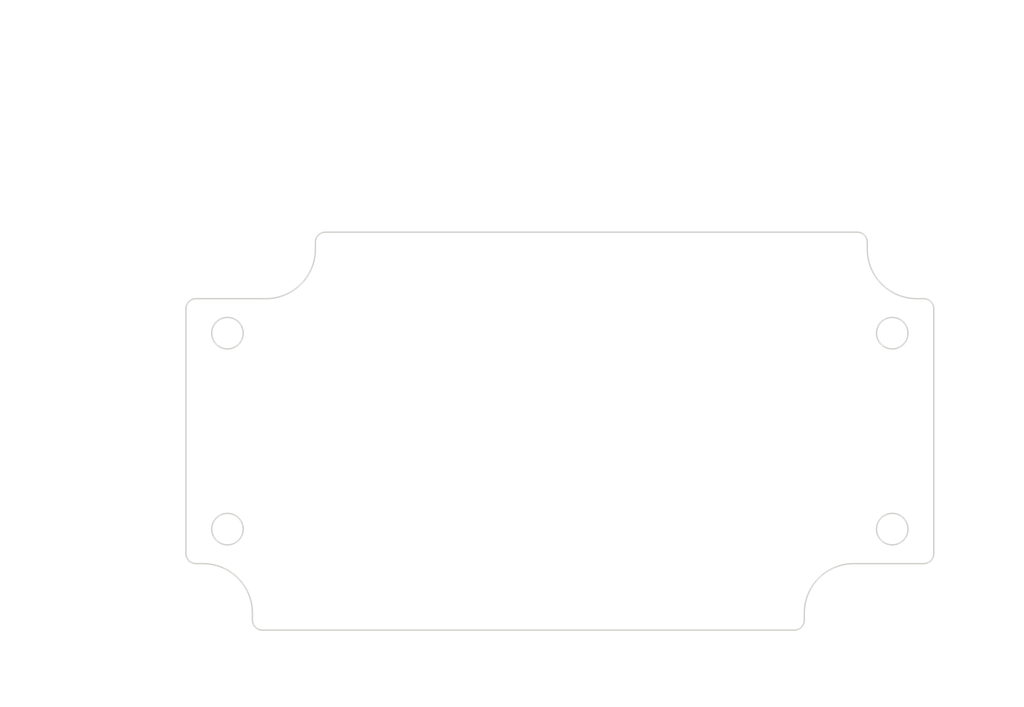
<source format=kicad_pcb>
(kicad_pcb (version 20171130) (host pcbnew "(5.1.0)-1")

  (general
    (thickness 1.6)
    (drawings 88)
    (tracks 0)
    (zones 0)
    (modules 0)
    (nets 1)
  )

  (page A4)
  (layers
    (0 F.Cu signal)
    (31 B.Cu signal)
    (32 B.Adhes user)
    (33 F.Adhes user)
    (34 B.Paste user)
    (35 F.Paste user)
    (36 B.SilkS user)
    (37 F.SilkS user)
    (38 B.Mask user)
    (39 F.Mask user)
    (40 Dwgs.User user)
    (41 Cmts.User user)
    (42 Eco1.User user)
    (43 Eco2.User user)
    (44 Edge.Cuts user)
    (45 Margin user)
    (46 B.CrtYd user)
    (47 F.CrtYd user)
    (48 B.Fab user)
    (49 F.Fab user)
  )

  (setup
    (last_trace_width 0.25)
    (trace_clearance 0.2)
    (zone_clearance 0.508)
    (zone_45_only no)
    (trace_min 0.2)
    (via_size 0.8)
    (via_drill 0.4)
    (via_min_size 0.4)
    (via_min_drill 0.3)
    (uvia_size 0.3)
    (uvia_drill 0.1)
    (uvias_allowed no)
    (uvia_min_size 0.2)
    (uvia_min_drill 0.1)
    (edge_width 0.05)
    (segment_width 0.2)
    (pcb_text_width 0.3)
    (pcb_text_size 1.5 1.5)
    (mod_edge_width 0.12)
    (mod_text_size 1 1)
    (mod_text_width 0.15)
    (pad_size 1.524 1.524)
    (pad_drill 0.762)
    (pad_to_mask_clearance 0.051)
    (solder_mask_min_width 0.25)
    (aux_axis_origin 0 0)
    (visible_elements FFFFFF7F)
    (pcbplotparams
      (layerselection 0x010fc_ffffffff)
      (usegerberextensions false)
      (usegerberattributes false)
      (usegerberadvancedattributes false)
      (creategerberjobfile false)
      (excludeedgelayer true)
      (linewidth 0.152400)
      (plotframeref false)
      (viasonmask false)
      (mode 1)
      (useauxorigin false)
      (hpglpennumber 1)
      (hpglpenspeed 20)
      (hpglpendiameter 15.000000)
      (psnegative false)
      (psa4output false)
      (plotreference true)
      (plotvalue true)
      (plotinvisibletext false)
      (padsonsilk false)
      (subtractmaskfromsilk false)
      (outputformat 1)
      (mirror false)
      (drillshape 1)
      (scaleselection 1)
      (outputdirectory ""))
  )

  (net 0 "")

  (net_class Default "This is the default net class."
    (clearance 0.2)
    (trace_width 0.25)
    (via_dia 0.8)
    (via_drill 0.4)
    (uvia_dia 0.3)
    (uvia_drill 0.1)
  )

  (gr_line (start 188.749717 127.739723) (end 188.749717 128.739723) (layer Edge.Cuts) (width 0.2))
  (gr_arc (start 187.317007 128.739723) (end 187.317007 130.172434) (angle -90) (layer Edge.Cuts) (width 0.2))
  (gr_line (start 187.317007 130.172434) (end 111.317007 130.172434) (layer Edge.Cuts) (width 0.2))
  (gr_arc (start 111.317007 128.739723) (end 109.884296 128.739723) (angle -90) (layer Edge.Cuts) (width 0.2))
  (gr_line (start 109.884296 128.739723) (end 109.884296 127.739723) (layer Edge.Cuts) (width 0.2))
  (gr_arc (start 102.817007 127.739723) (end 109.884296 127.739723) (angle -90) (layer Edge.Cuts) (width 0.2))
  (gr_line (start 102.817007 120.672434) (end 101.817007 120.672434) (layer Edge.Cuts) (width 0.2))
  (gr_arc (start 101.817007 119.239723) (end 100.384296 119.239723) (angle -90) (layer Edge.Cuts) (width 0.2))
  (gr_line (start 100.384296 119.239723) (end 100.384296 84.239723) (layer Edge.Cuts) (width 0.2))
  (gr_arc (start 101.817007 84.239723) (end 101.817007 82.807013) (angle -90) (layer Edge.Cuts) (width 0.2))
  (gr_line (start 101.817007 82.807013) (end 111.817007 82.807013) (layer Edge.Cuts) (width 0.2))
  (gr_arc (start 111.817007 75.739723) (end 111.817007 82.807013) (angle -89.99999999) (layer Edge.Cuts) (width 0.2))
  (gr_line (start 118.884296 75.739723) (end 118.884296 74.739723) (layer Edge.Cuts) (width 0.2))
  (gr_arc (start 120.317007 74.739723) (end 120.317007 73.307013) (angle -89.99999999) (layer Edge.Cuts) (width 0.2))
  (gr_line (start 120.317007 73.307013) (end 196.317007 73.307013) (layer Edge.Cuts) (width 0.2))
  (gr_arc (start 196.317007 74.739723) (end 197.749717 74.739723) (angle -90) (layer Edge.Cuts) (width 0.2))
  (gr_line (start 197.749717 74.739723) (end 197.749717 75.739723) (layer Edge.Cuts) (width 0.2))
  (gr_arc (start 204.817007 75.739723) (end 197.749717 75.739723) (angle -90) (layer Edge.Cuts) (width 0.2))
  (gr_line (start 204.817007 82.807013) (end 205.817007 82.807013) (layer Edge.Cuts) (width 0.2))
  (gr_arc (start 205.817007 84.239723) (end 207.249717 84.239723) (angle -90) (layer Edge.Cuts) (width 0.2))
  (gr_line (start 207.249717 84.239723) (end 207.249717 119.239723) (layer Edge.Cuts) (width 0.2))
  (gr_arc (start 205.817007 119.239723) (end 205.817007 120.672434) (angle -90) (layer Edge.Cuts) (width 0.2))
  (gr_line (start 205.817007 120.672434) (end 195.817007 120.672434) (layer Edge.Cuts) (width 0.2))
  (gr_arc (start 195.817007 127.739723) (end 195.817007 120.672434) (angle -90) (layer Edge.Cuts) (width 0.2))
  (gr_circle (center 201.317007 87.739723) (end 203.567007 87.739723) (layer Edge.Cuts) (width 0.2))
  (gr_circle (center 201.317007 115.739723) (end 203.567007 115.739723) (layer Edge.Cuts) (width 0.2))
  (gr_circle (center 106.317007 87.739723) (end 108.567007 87.739723) (layer Edge.Cuts) (width 0.2))
  (gr_circle (center 106.317007 115.739723) (end 108.567007 115.739723) (layer Edge.Cuts) (width 0.2))
  (gr_text [.57] (at 93.411834 124.842061) (layer Dwgs.User)
    (effects (font (size 1.7 1.53) (thickness 0.2125)))
  )
  (gr_text " 14.43" (at 93.411834 121.287525) (layer Dwgs.User)
    (effects (font (size 1.7 1.53) (thickness 0.2125)))
  )
  (gr_line (start 93.411834 117.739723) (end 93.411834 119.401542) (layer Dwgs.User) (width 0.2))
  (gr_line (start 93.411834 128.172434) (end 93.411834 126.510615) (layer Dwgs.User) (width 0.2))
  (gr_line (start 105.317007 115.739723) (end 90.236834 115.739723) (layer Dwgs.User) (width 0.2))
  (gr_line (start 110.317007 130.172434) (end 90.236834 130.172434) (layer Dwgs.User) (width 0.2))
  (gr_text [.23] (at 92.518862 139.799934) (layer Dwgs.User)
    (effects (font (size 1.7 1.53) (thickness 0.2125)))
  )
  (gr_text " 5.93" (at 92.518862 136.241919) (layer Dwgs.User)
    (effects (font (size 1.7 1.53) (thickness 0.2125)))
  )
  (gr_line (start 98.384296 137.910473) (end 95.905969 137.910473) (layer Dwgs.User) (width 0.2))
  (gr_line (start 108.317007 137.910473) (end 110.317007 137.910473) (layer Dwgs.User) (width 0.2))
  (gr_line (start 100.384296 120.239723) (end 100.384296 141.085473) (layer Dwgs.User) (width 0.2))
  (gr_line (start 106.317007 116.739723) (end 106.317007 141.085473) (layer Dwgs.User) (width 0.2))
  (gr_line (start 201.317007 115.829723) (end 201.317007 115.649723) (layer Dwgs.User) (width 0.2))
  (gr_line (start 201.227007 115.739723) (end 201.407007 115.739723) (layer Dwgs.User) (width 0.2))
  (gr_text " ∅4.50\n[∅0.18]" (at 215.370587 125.399301) (layer Dwgs.User)
    (effects (font (size 1.7 1.53) (thickness 0.2125)))
  )
  (gr_line (start 208.833718 125.399301) (end 203.927056 119.093846) (layer Dwgs.User) (width 0.2))
  (gr_line (start 210.833718 125.399301) (end 208.833718 125.399301) (layer Dwgs.User) (width 0.2))
  (gr_text [3.74] (at 153.817007 137.031684) (layer Dwgs.User)
    (effects (font (size 1.7 1.53) (thickness 0.2125)))
  )
  (gr_text " 95.00" (at 153.817007 133.474248) (layer Dwgs.User)
    (effects (font (size 1.7 1.53) (thickness 0.2125)))
  )
  (gr_line (start 199.317007 135.142223) (end 157.861618 135.142223) (layer Dwgs.User) (width 0.2))
  (gr_line (start 108.317007 135.142223) (end 149.772395 135.142223) (layer Dwgs.User) (width 0.2))
  (gr_line (start 201.317007 116.739723) (end 201.317007 138.317223) (layer Dwgs.User) (width 0.2))
  (gr_line (start 106.317007 116.739723) (end 106.317007 138.317223) (layer Dwgs.User) (width 0.2))
  (gr_text [1.10] (at 213.716239 103.629184) (layer Dwgs.User)
    (effects (font (size 1.7 1.53) (thickness 0.2125)))
  )
  (gr_text " 28.00" (at 213.716239 100.071749) (layer Dwgs.User)
    (effects (font (size 1.7 1.53) (thickness 0.2125)))
  )
  (gr_line (start 213.716239 113.739723) (end 213.716239 105.297159) (layer Dwgs.User) (width 0.2))
  (gr_line (start 213.716239 89.739723) (end 213.716239 98.182288) (layer Dwgs.User) (width 0.2))
  (gr_line (start 202.317007 115.739723) (end 216.891239 115.739723) (layer Dwgs.User) (width 0.2))
  (gr_line (start 202.317007 87.739723) (end 216.891239 87.739723) (layer Dwgs.User) (width 0.2))
  (gr_text [.37] (at 90.850968 90.668807) (layer Dwgs.User)
    (effects (font (size 1.7 1.53) (thickness 0.2125)))
  )
  (gr_text " 9.50" (at 90.850968 87.111371) (layer Dwgs.User)
    (effects (font (size 1.7 1.53) (thickness 0.2125)))
  )
  (gr_line (start 96.235176 88.779345) (end 94.235176 88.779345) (layer Dwgs.User) (width 0.2))
  (gr_line (start 96.235176 82.807013) (end 96.235176 88.779345) (layer Dwgs.User) (width 0.2))
  (gr_line (start 96.235176 75.307013) (end 96.235176 80.807013) (layer Dwgs.User) (width 0.2))
  (gr_line (start 100.817007 82.807013) (end 93.060176 82.807013) (layer Dwgs.User) (width 0.2))
  (gr_line (start 119.317007 73.307013) (end 93.060176 73.307013) (layer Dwgs.User) (width 0.2))
  (gr_text [2.24] (at 77.84026 103.629184) (layer Dwgs.User)
    (effects (font (size 1.7 1.53) (thickness 0.2125)))
  )
  (gr_text " 56.87" (at 77.84026 100.071749) (layer Dwgs.User)
    (effects (font (size 1.7 1.53) (thickness 0.2125)))
  )
  (gr_line (start 77.84026 128.172434) (end 77.84026 105.297159) (layer Dwgs.User) (width 0.2))
  (gr_line (start 77.84026 75.307013) (end 77.84026 98.182288) (layer Dwgs.User) (width 0.2))
  (gr_line (start 110.317007 130.172434) (end 74.66526 130.172434) (layer Dwgs.User) (width 0.2))
  (gr_line (start 119.317007 73.307013) (end 74.66526 73.307013) (layer Dwgs.User) (width 0.2))
  (gr_text [3.10] (at 158.317007 67.129184) (layer Dwgs.User)
    (effects (font (size 1.7 1.53) (thickness 0.2125)))
  )
  (gr_text " 78.87" (at 158.317007 63.571749) (layer Dwgs.User)
    (effects (font (size 1.7 1.53) (thickness 0.2125)))
  )
  (gr_line (start 195.749717 65.239723) (end 162.364517 65.239723) (layer Dwgs.User) (width 0.2))
  (gr_line (start 120.884296 65.239723) (end 154.269496 65.239723) (layer Dwgs.User) (width 0.2))
  (gr_line (start 197.749717 73.739723) (end 197.749717 62.064723) (layer Dwgs.User) (width 0.2))
  (gr_line (start 118.884296 73.739723) (end 118.884296 62.064723) (layer Dwgs.User) (width 0.2))
  (gr_text [.73] (at 109.634296 67.129184) (layer Dwgs.User)
    (effects (font (size 1.7 1.53) (thickness 0.2125)))
  )
  (gr_text " 18.50" (at 109.634296 63.571749) (layer Dwgs.User)
    (effects (font (size 1.7 1.53) (thickness 0.2125)))
  )
  (gr_line (start 116.884296 65.239723) (end 113.678907 65.239723) (layer Dwgs.User) (width 0.2))
  (gr_line (start 102.384296 65.239723) (end 105.589685 65.239723) (layer Dwgs.User) (width 0.2))
  (gr_line (start 118.884296 74.239723) (end 118.884296 62.064723) (layer Dwgs.User) (width 0.2))
  (gr_line (start 100.384296 83.239723) (end 100.384296 62.064723) (layer Dwgs.User) (width 0.2))
  (gr_text [4.21] (at 153.817007 45.293265) (layer Dwgs.User)
    (effects (font (size 1.7 1.53) (thickness 0.2125)))
  )
  (gr_text " 106.87" (at 153.817007 41.73583) (layer Dwgs.User)
    (effects (font (size 1.7 1.53) (thickness 0.2125)))
  )
  (gr_line (start 205.249717 43.403804) (end 158.524919 43.403804) (layer Dwgs.User) (width 0.2))
  (gr_line (start 102.384296 43.403804) (end 149.109094 43.403804) (layer Dwgs.User) (width 0.2))
  (gr_line (start 207.249717 83.239723) (end 207.249717 40.228804) (layer Dwgs.User) (width 0.2))
  (gr_line (start 100.384296 83.239723) (end 100.384296 40.228804) (layer Dwgs.User) (width 0.2))

)

</source>
